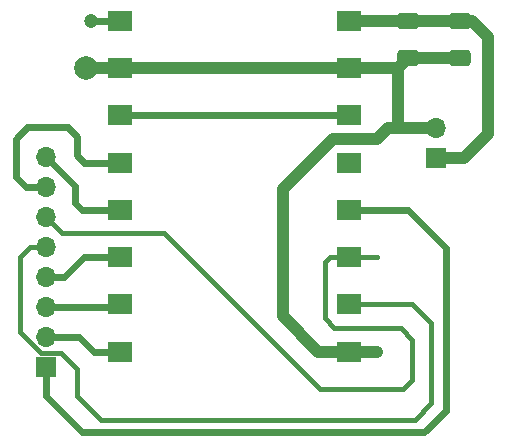
<source format=gbr>
%TF.GenerationSoftware,KiCad,Pcbnew,(7.0.0)*%
%TF.CreationDate,2023-03-10T16:37:54+01:00*%
%TF.ProjectId,breakout-board-receiver,62726561-6b6f-4757-942d-626f6172642d,rev?*%
%TF.SameCoordinates,Original*%
%TF.FileFunction,Copper,L1,Top*%
%TF.FilePolarity,Positive*%
%FSLAX46Y46*%
G04 Gerber Fmt 4.6, Leading zero omitted, Abs format (unit mm)*
G04 Created by KiCad (PCBNEW (7.0.0)) date 2023-03-10 16:37:54*
%MOMM*%
%LPD*%
G01*
G04 APERTURE LIST*
G04 Aperture macros list*
%AMRoundRect*
0 Rectangle with rounded corners*
0 $1 Rounding radius*
0 $2 $3 $4 $5 $6 $7 $8 $9 X,Y pos of 4 corners*
0 Add a 4 corners polygon primitive as box body*
4,1,4,$2,$3,$4,$5,$6,$7,$8,$9,$2,$3,0*
0 Add four circle primitives for the rounded corners*
1,1,$1+$1,$2,$3*
1,1,$1+$1,$4,$5*
1,1,$1+$1,$6,$7*
1,1,$1+$1,$8,$9*
0 Add four rect primitives between the rounded corners*
20,1,$1+$1,$2,$3,$4,$5,0*
20,1,$1+$1,$4,$5,$6,$7,0*
20,1,$1+$1,$6,$7,$8,$9,0*
20,1,$1+$1,$8,$9,$2,$3,0*%
G04 Aperture macros list end*
%TA.AperFunction,SMDPad,CuDef*%
%ADD10RoundRect,0.250000X-0.650000X0.412500X-0.650000X-0.412500X0.650000X-0.412500X0.650000X0.412500X0*%
%TD*%
%TA.AperFunction,SMDPad,CuDef*%
%ADD11R,2.143000X1.762000*%
%TD*%
%TA.AperFunction,ComponentPad*%
%ADD12R,1.700000X1.700000*%
%TD*%
%TA.AperFunction,ComponentPad*%
%ADD13O,1.700000X1.700000*%
%TD*%
%TA.AperFunction,ViaPad*%
%ADD14C,2.000000*%
%TD*%
%TA.AperFunction,ViaPad*%
%ADD15C,1.200000*%
%TD*%
%TA.AperFunction,Conductor*%
%ADD16C,1.000000*%
%TD*%
%TA.AperFunction,Conductor*%
%ADD17C,0.600000*%
%TD*%
%TA.AperFunction,Conductor*%
%ADD18C,0.400000*%
%TD*%
G04 APERTURE END LIST*
D10*
%TO.P,C3,1*%
%TO.N,+5V*%
X188600000Y-83437500D03*
%TO.P,C3,2*%
%TO.N,GND*%
X188600000Y-86562500D03*
%TD*%
%TO.P,C4,1*%
%TO.N,+5V*%
X193000000Y-83437500D03*
%TO.P,C4,2*%
%TO.N,GND*%
X193000000Y-86562500D03*
%TD*%
D11*
%TO.P,U1,1,VCC*%
%TO.N,+5V*%
X183599999Y-83399999D03*
%TO.P,U1,2,GND*%
%TO.N,GND*%
X183599999Y-87380999D03*
%TO.P,U1,3,NC*%
%TO.N,/NC*%
X183599999Y-91399999D03*
%TO.P,U1,4,NC*%
X183599999Y-95399999D03*
%TO.P,U1,5,SDN*%
%TO.N,/SDN*%
X183599999Y-99399999D03*
%TO.P,U1,6,nIRQ*%
%TO.N,/nIRQ*%
X183599999Y-103399999D03*
%TO.P,U1,7,nSEL*%
%TO.N,/nSEL*%
X183599999Y-107399999D03*
%TO.P,U1,8,GND*%
%TO.N,GND*%
X183599999Y-111399999D03*
%TO.P,U1,9,ANT*%
%TO.N,/Antenne*%
X164199999Y-83399999D03*
%TO.P,U1,10,GND*%
%TO.N,GND*%
X164199999Y-87380999D03*
%TO.P,U1,11,NC*%
%TO.N,/NC*%
X164199999Y-91399999D03*
%TO.P,U1,12,GPIO0*%
%TO.N,/GPIO0*%
X164199999Y-95399999D03*
%TO.P,U1,13,GPIO1*%
%TO.N,/GPIO1*%
X164199999Y-99399999D03*
%TO.P,U1,14,SDO*%
%TO.N,/SDO*%
X164199999Y-103399999D03*
%TO.P,U1,15,SDI*%
%TO.N,/SDI*%
X164199999Y-107399999D03*
%TO.P,U1,16,SCLK*%
%TO.N,/SCLK*%
X164199999Y-111399999D03*
%TD*%
D12*
%TO.P,J1,1,Pin_1*%
%TO.N,+5V*%
X190974999Y-95049999D03*
D13*
%TO.P,J1,2,Pin_2*%
%TO.N,GND*%
X190974999Y-92509999D03*
%TD*%
D12*
%TO.P,J3,1,Pin_1*%
%TO.N,/SDN*%
X157999999Y-112739999D03*
D13*
%TO.P,J3,2,Pin_2*%
%TO.N,/SCLK*%
X157999999Y-110199999D03*
%TO.P,J3,3,Pin_3*%
%TO.N,/SDI*%
X157999999Y-107659999D03*
%TO.P,J3,4,Pin_4*%
%TO.N,/SDO*%
X157999999Y-105119999D03*
%TO.P,J3,5,Pin_5*%
%TO.N,/nSEL*%
X157999999Y-102579999D03*
%TO.P,J3,6,Pin_6*%
%TO.N,/nIRQ*%
X157999999Y-100039999D03*
%TO.P,J3,7,Pin_7*%
%TO.N,/GPIO0*%
X157999999Y-97499999D03*
%TO.P,J3,8,Pin_8*%
%TO.N,/GPIO1*%
X157999999Y-94959999D03*
%TD*%
D14*
%TO.N,GND*%
X161400000Y-87381000D03*
D15*
%TO.N,/Antenne*%
X161800000Y-83400000D03*
%TD*%
D16*
%TO.N,+5V*%
X183600000Y-83400000D02*
X188562500Y-83400000D01*
X193350000Y-95050000D02*
X195400000Y-93000000D01*
X195400000Y-84800000D02*
X194037500Y-83437500D01*
X190975000Y-95050000D02*
X193350000Y-95050000D01*
X188562500Y-83400000D02*
X188600000Y-83437500D01*
X195400000Y-93000000D02*
X195400000Y-84800000D01*
X194037500Y-83437500D02*
X193000000Y-83437500D01*
X188600000Y-83437500D02*
X193000000Y-83437500D01*
%TO.N,GND*%
X161400000Y-87381000D02*
X164200000Y-87381000D01*
X183600000Y-111400000D02*
X186000000Y-111400000D01*
X187781500Y-87381000D02*
X188600000Y-86562500D01*
X178000000Y-108400000D02*
X181000000Y-111400000D01*
X186890000Y-92510000D02*
X186000000Y-93400000D01*
X190975000Y-92510000D02*
X187800000Y-92510000D01*
X188600000Y-86562500D02*
X193000000Y-86562500D01*
X187781500Y-87381000D02*
X187781500Y-92491500D01*
X178000000Y-97647500D02*
X178000000Y-108400000D01*
X164200000Y-87381000D02*
X183600000Y-87381000D01*
X182247500Y-93400000D02*
X178000000Y-97647500D01*
X187800000Y-92510000D02*
X186890000Y-92510000D01*
X181000000Y-111400000D02*
X183600000Y-111400000D01*
X186000000Y-93400000D02*
X182247500Y-93400000D01*
X183600000Y-87381000D02*
X187781500Y-87381000D01*
X187781500Y-92491500D02*
X187800000Y-92510000D01*
D17*
%TO.N,/SDN*%
X191800000Y-102600000D02*
X188600000Y-99400000D01*
X158000000Y-112740000D02*
X158000000Y-115200000D01*
X161000000Y-118200000D02*
X190000000Y-118200000D01*
X190000000Y-118200000D02*
X191800000Y-116400000D01*
X188600000Y-99400000D02*
X183600000Y-99400000D01*
X158000000Y-115200000D02*
X161000000Y-118200000D01*
X191800000Y-116400000D02*
X191800000Y-102600000D01*
%TO.N,/SCLK*%
X162000000Y-111400000D02*
X160800000Y-110200000D01*
X160800000Y-110200000D02*
X158000000Y-110200000D01*
X164200000Y-111400000D02*
X162000000Y-111400000D01*
%TO.N,/SDI*%
X158000000Y-107660000D02*
X163940000Y-107660000D01*
X163940000Y-107660000D02*
X164200000Y-107400000D01*
%TO.N,/SDO*%
X159480000Y-105120000D02*
X158000000Y-105120000D01*
X164200000Y-103400000D02*
X161200000Y-103400000D01*
X161200000Y-103400000D02*
X159480000Y-105120000D01*
D18*
%TO.N,/nSEL*%
X162600000Y-117200000D02*
X189200000Y-117200000D01*
X190600000Y-115800000D02*
X190600000Y-109000000D01*
X157522233Y-111490000D02*
X159250000Y-111490000D01*
X190600000Y-109000000D02*
X189000000Y-107400000D01*
X160600000Y-112840000D02*
X160600000Y-115200000D01*
X160600000Y-115200000D02*
X162600000Y-117200000D01*
X155800000Y-103400000D02*
X155800000Y-109767767D01*
X159250000Y-111490000D02*
X160600000Y-112840000D01*
X189200000Y-117200000D02*
X190600000Y-115800000D01*
X158000000Y-102580000D02*
X156620000Y-102580000D01*
X156620000Y-102580000D02*
X155800000Y-103400000D01*
X155800000Y-109767767D02*
X157522233Y-111490000D01*
X189000000Y-107400000D02*
X183600000Y-107400000D01*
%TO.N,/nIRQ*%
X182400000Y-109400000D02*
X181600000Y-108600000D01*
X183600000Y-103400000D02*
X186000000Y-103400000D01*
X189000000Y-113800000D02*
X189000000Y-110400000D01*
X181600000Y-103800000D02*
X182000000Y-103400000D01*
X182000000Y-103400000D02*
X183600000Y-103400000D01*
X188200000Y-114600000D02*
X189000000Y-113800000D01*
X158000000Y-100040000D02*
X159360000Y-101400000D01*
X168000000Y-101400000D02*
X181200000Y-114600000D01*
X159360000Y-101400000D02*
X168000000Y-101400000D01*
X181600000Y-108600000D02*
X181600000Y-103800000D01*
X181200000Y-114600000D02*
X188200000Y-114600000D01*
X189000000Y-110400000D02*
X188000000Y-109400000D01*
X188000000Y-109400000D02*
X182400000Y-109400000D01*
D17*
%TO.N,/GPIO0*%
X159800000Y-92400000D02*
X156400000Y-92400000D01*
X164200000Y-95400000D02*
X161200000Y-95400000D01*
X156300000Y-97500000D02*
X158000000Y-97500000D01*
X155400000Y-96600000D02*
X156300000Y-97500000D01*
X160600000Y-94800000D02*
X160600000Y-93200000D01*
X155400000Y-93400000D02*
X155400000Y-96600000D01*
X161200000Y-95400000D02*
X160600000Y-94800000D01*
X160600000Y-93200000D02*
X159800000Y-92400000D01*
X156400000Y-92400000D02*
X155400000Y-93400000D01*
%TO.N,/GPIO1*%
X160400000Y-97360000D02*
X160400000Y-98800000D01*
X158000000Y-94960000D02*
X160400000Y-97360000D01*
X161000000Y-99400000D02*
X164200000Y-99400000D01*
X160400000Y-98800000D02*
X161000000Y-99400000D01*
%TO.N,/NC*%
X164200000Y-91400000D02*
X183600000Y-91400000D01*
%TO.N,/Antenne*%
X164200000Y-83400000D02*
X161800000Y-83400000D01*
%TD*%
M02*

</source>
